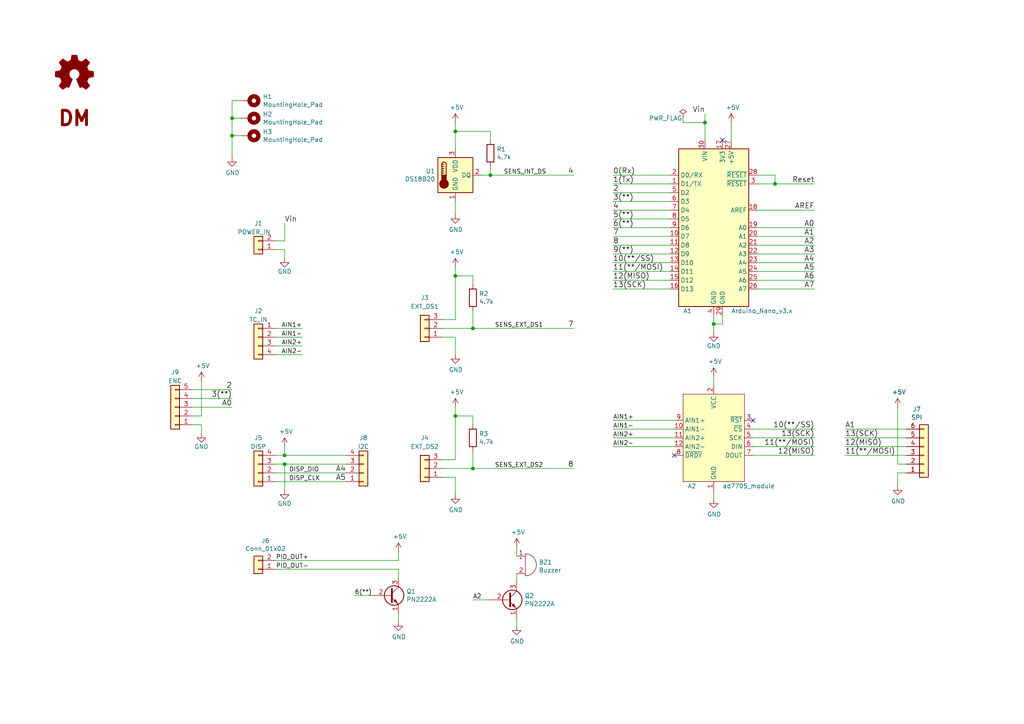
<source format=kicad_sch>
(kicad_sch (version 20200714) (host eeschema "(5.99.0-2364-g42a2f1346)")
  (page 1 1)
  (paper "A4")
  (title_block (date "jeu. 02 avril 2015"))
  (lib_symbols
    (symbol "Connector_Generic:Conn_01x02" (pin_names hide)
      (property "Reference" "J" (at 0 2.54 0))
      (property "Value" "Conn_01x02" (at 0 -5.08 0))
      (symbol "Conn_01x02_1_1"
        (rectangle (start -1.27 -2.413) (end 0 -2.667) (stroke (width 0.1524)))
        (rectangle (start -1.27 0.127) (end 0 -0.127) (stroke (width 0.1524)))
        (rectangle (start -1.27 1.27) (end 1.27 -3.81) (stroke (width 0.254)) (fill (type background)))
        (pin passive line (at -5.08 0 0) (length 3.81) (name "Pin_1") (number "1"))
        (pin passive line (at -5.08 -2.54 0) (length 3.81) (name "Pin_2") (number "2"))
      )
    )
    (symbol "Connector_Generic:Conn_01x03" (pin_names hide)
      (property "Reference" "J" (at 0 5.08 0))
      (property "Value" "Conn_01x03" (at 0 -5.08 0))
      (symbol "Conn_01x03_1_1"
        (rectangle (start -1.27 -2.413) (end 0 -2.667) (stroke (width 0.1524)))
        (rectangle (start -1.27 2.667) (end 0 2.413) (stroke (width 0.1524)))
        (rectangle (start -1.27 3.81) (end 1.27 -3.81) (stroke (width 0.254)) (fill (type background)))
        (rectangle (start -1.27 0.127) (end 0 -0.127) (stroke (width 0.1524)))
        (pin passive line (at -5.08 2.54 0) (length 3.81) (name "Pin_1") (number "1"))
        (pin passive line (at -5.08 0 0) (length 3.81) (name "Pin_2") (number "2"))
        (pin passive line (at -5.08 -2.54 0) (length 3.81) (name "Pin_3") (number "3"))
      )
    )
    (symbol "Connector_Generic:Conn_01x04" (pin_names hide)
      (property "Reference" "J" (at 0 5.08 0))
      (property "Value" "Conn_01x04" (at 0 -7.62 0))
      (symbol "Conn_01x04_1_1"
        (rectangle (start -1.27 -4.953) (end 0 -5.207) (stroke (width 0.1524)))
        (rectangle (start -1.27 -2.413) (end 0 -2.667) (stroke (width 0.1524)))
        (rectangle (start -1.27 2.667) (end 0 2.413) (stroke (width 0.1524)))
        (rectangle (start -1.27 3.81) (end 1.27 -6.35) (stroke (width 0.254)) (fill (type background)))
        (rectangle (start -1.27 0.127) (end 0 -0.127) (stroke (width 0.1524)))
        (pin passive line (at -5.08 2.54 0) (length 3.81) (name "Pin_1") (number "1"))
        (pin passive line (at -5.08 0 0) (length 3.81) (name "Pin_2") (number "2"))
        (pin passive line (at -5.08 -2.54 0) (length 3.81) (name "Pin_3") (number "3"))
        (pin passive line (at -5.08 -5.08 0) (length 3.81) (name "Pin_4") (number "4"))
      )
    )
    (symbol "Connector_Generic:Conn_01x05" (pin_names hide)
      (property "Reference" "J" (at 0 7.62 0))
      (property "Value" "Conn_01x05" (at 0 -7.62 0))
      (symbol "Conn_01x05_1_1"
        (rectangle (start -1.27 -4.953) (end 0 -5.207) (stroke (width 0.1524)))
        (rectangle (start -1.27 -2.413) (end 0 -2.667) (stroke (width 0.1524)))
        (rectangle (start -1.27 2.667) (end 0 2.413) (stroke (width 0.1524)))
        (rectangle (start -1.27 5.207) (end 0 4.953) (stroke (width 0.1524)))
        (rectangle (start -1.27 6.35) (end 1.27 -6.35) (stroke (width 0.254)) (fill (type background)))
        (rectangle (start -1.27 0.127) (end 0 -0.127) (stroke (width 0.1524)))
        (pin passive line (at -5.08 5.08 0) (length 3.81) (name "Pin_1") (number "1"))
        (pin passive line (at -5.08 2.54 0) (length 3.81) (name "Pin_2") (number "2"))
        (pin passive line (at -5.08 0 0) (length 3.81) (name "Pin_3") (number "3"))
        (pin passive line (at -5.08 -2.54 0) (length 3.81) (name "Pin_4") (number "4"))
        (pin passive line (at -5.08 -5.08 0) (length 3.81) (name "Pin_5") (number "5"))
      )
    )
    (symbol "Connector_Generic:Conn_01x06" (pin_names hide)
      (property "Reference" "J" (at 0 7.62 0))
      (property "Value" "Conn_01x06" (at 0 -10.16 0))
      (symbol "Conn_01x06_1_1"
        (rectangle (start -1.27 -4.953) (end 0 -5.207) (stroke (width 0.1524)))
        (rectangle (start -1.27 -7.493) (end 0 -7.747) (stroke (width 0.1524)))
        (rectangle (start -1.27 -2.413) (end 0 -2.667) (stroke (width 0.1524)))
        (rectangle (start -1.27 2.667) (end 0 2.413) (stroke (width 0.1524)))
        (rectangle (start -1.27 5.207) (end 0 4.953) (stroke (width 0.1524)))
        (rectangle (start -1.27 6.35) (end 1.27 -8.89) (stroke (width 0.254)) (fill (type background)))
        (rectangle (start -1.27 0.127) (end 0 -0.127) (stroke (width 0.1524)))
        (pin passive line (at -5.08 5.08 0) (length 3.81) (name "Pin_1") (number "1"))
        (pin passive line (at -5.08 2.54 0) (length 3.81) (name "Pin_2") (number "2"))
        (pin passive line (at -5.08 0 0) (length 3.81) (name "Pin_3") (number "3"))
        (pin passive line (at -5.08 -2.54 0) (length 3.81) (name "Pin_4") (number "4"))
        (pin passive line (at -5.08 -5.08 0) (length 3.81) (name "Pin_5") (number "5"))
        (pin passive line (at -5.08 -7.62 0) (length 3.81) (name "Pin_6") (number "6"))
      )
    )
    (symbol "Device:Buzzer" (pin_names (offset 0.0254) hide)
      (property "Reference" "BZ" (at 3.81 1.27 0))
      (property "Value" "Buzzer" (at 3.81 -1.27 0))
      (symbol "Buzzer_0_1"
        (arc (start 0 -3.175) (end 0 3.175) (radius (at 0 0) (length 3.175) (angles -89.9 89.9)))
        (polyline (pts (xy -1.651 1.905) (xy -1.143 1.905)))
        (polyline (pts (xy -1.397 2.159) (xy -1.397 1.651)))
        (polyline (pts (xy 0 3.175) (xy 0 -3.175)))
      )
      (symbol "Buzzer_1_1"
        (pin passive line (at -2.54 2.54 0) (length 2.54) (name "-") (number "1"))
        (pin passive line (at -2.54 -2.54 0) (length 2.54) (name "+") (number "2"))
      )
    )
    (symbol "Device:R" (pin_numbers hide) (pin_names (offset 0))
      (property "Reference" "R" (at 2.032 0 90))
      (property "Value" "R" (at 0 0 90))
      (symbol "R_0_1"
        (rectangle (start -1.016 -2.54) (end 1.016 2.54) (stroke (width 0.254)))
      )
      (symbol "R_1_1"
        (pin passive line (at 0 3.81 270) (length 1.27) (name "~") (number "1"))
        (pin passive line (at 0 -3.81 90) (length 1.27) (name "~") (number "2"))
      )
    )
    (symbol "Graphic:Logo_Open_Hardware_Small"
      (symbol "Logo_Open_Hardware_Small_0_1"
        (polyline (pts (xy 3.3528 -4.3434) (xy 3.302 -4.318) (xy 3.175 -4.2418) (xy 2.9972 -4.1148) (xy 2.7686 -3.9624) (xy 2.54 -3.81) (xy 2.3622 -3.7084) (xy 2.2352 -3.6068) (xy 2.1844 -3.5814) (xy 2.159 -3.6068) (xy 2.0574 -3.6576) (xy 1.905 -3.7338) (xy 1.8034 -3.7846) (xy 1.6764 -3.8354) (xy 1.6002 -3.8354) (xy 1.6002 -3.8354) (xy 1.5494 -3.7338) (xy 1.4732 -3.5306) (xy 1.3462 -3.302) (xy 1.2446 -3.0226) (xy 1.1176 -2.7178) (xy 0.9652 -2.413) (xy 0.8636 -2.1082) (xy 0.7366 -1.8288) (xy 0.6604 -1.6256) (xy 0.6096 -1.4732) (xy 0.5842 -1.397) (xy 0.5842 -1.397) (xy 0.6604 -1.3208) (xy 0.7874 -1.2446) (xy 1.0414 -1.016) (xy 1.2954 -0.6858) (xy 1.4478 -0.3302) (xy 1.524 0.0762) (xy 1.4732 0.4572) (xy 1.3208 0.8128) (xy 1.0668 1.143) (xy 0.762 1.3716) (xy 0.4064 1.524) (xy 0 1.5748) (xy -0.381 1.5494) (xy -0.7366 1.397) (xy -1.0668 1.143) (xy -1.2192 0.9906) (xy -1.397 0.6604) (xy -1.524 0.3048) (xy -1.524 0.2286) (xy -1.4986 -0.1778) (xy -1.397 -0.5334) (xy -1.1938 -0.8636) (xy -0.9144 -1.143) (xy -0.8636 -1.1684) (xy -0.7366 -1.27) (xy -0.635 -1.3462) (xy -0.5842 -1.397) (xy -1.0668 -2.5908) (xy -1.143 -2.794) (xy -1.2954 -3.1242) (xy -1.397 -3.4036) (xy -1.4986 -3.6322) (xy -1.5748 -3.7846) (xy -1.6002 -3.8354) (xy -1.6002 -3.8354) (xy -1.651 -3.8354) (xy -1.7272 -3.81) (xy -1.905 -3.7338) (xy -2.0066 -3.683) (xy -2.1336 -3.6068) (xy -2.2098 -3.5814) (xy -2.2606 -3.6068) (xy -2.3622 -3.683) (xy -2.54 -3.81) (xy -2.7686 -3.9624) (xy -2.9718 -4.0894) (xy -3.1496 -4.2164) (xy -3.302 -4.318) (xy -3.3528 -4.3434) (xy -3.3782 -4.3434) (xy -3.429 -4.318) (xy -3.5306 -4.2164) (xy -3.7084 -4.064) (xy -3.937 -3.8354) (xy -3.9624 -3.81) (xy -4.1656 -3.6068) (xy -4.318 -3.4544) (xy -4.4196 -3.3274) (xy -4.445 -3.2766) (xy -4.445 -3.2766) (xy -4.4196 -3.2258) (xy -4.318 -3.0734) (xy -4.2164 -2.8956) (xy -4.064 -2.667) (xy -3.6576 -2.0828) (xy -3.8862 -1.5494) (xy -3.937 -1.3716) (xy -4.0386 -1.1684) (xy -4.0894 -1.0414) (xy -4.1148 -0.9652) (xy -4.191 -0.9398) (xy -4.318 -0.9144) (xy -4.5466 -0.8636) (xy -4.8006 -0.8128) (xy -5.0546 -0.7874) (xy -5.2578 -0.7366) (xy -5.4356 -0.7112) (xy -5.5118 -0.6858) (xy -5.5118 -0.6858) (xy -5.5372 -0.635) (xy -5.5372 -0.5588) (xy -5.5372 -0.4318) (xy -5.5626 -0.2286) (xy -5.5626 0.0762) (xy -5.5626 0.127) (xy -5.5372 0.4064) (xy -5.5372 0.635) (xy -5.5372 0.762) (xy -5.5372 0.8382) (xy -5.5372 0.8382) (xy -5.461 0.8382) (xy -5.3086 0.889) (xy -5.08 0.9144) (xy -4.826 0.9652) (xy -4.8006 0.9906) (xy -4.5466 1.0414) (xy -4.318 1.0668) (xy -4.1656 1.1176) (xy -4.0894 1.143) (xy -4.0894 1.143) (xy -4.0386 1.2446) (xy -3.9624 1.4224) (xy -3.8608 1.6256) (xy -3.7846 1.8288) (xy -3.7084 2.0066) (xy -3.6576 2.159) (xy -3.6322 2.2098) (xy -3.6322 2.2098) (xy -3.683 2.286) (xy -3.7592 2.413) (xy -3.8862 2.5908) (xy -4.064 2.8194) (xy -4.064 2.8448) (xy -4.2164 3.0734) (xy -4.3434 3.2512) (xy -4.4196 3.3782) (xy -4.445 3.4544) (xy -4.445 3.4544) (xy -4.3942 3.5052) (xy -4.2926 3.6322) (xy -4.1148 3.81) (xy -3.937 4.0132) (xy -3.8608 4.064) (xy -3.6576 4.2926) (xy -3.5052 4.4196) (xy -3.4036 4.4958) (xy -3.3528 4.5212) (xy -3.3528 4.5212) (xy -3.302 4.4704) (xy -3.1496 4.3688) (xy -2.9718 4.2418) (xy -2.7432 4.0894) (xy -2.7178 4.0894) (xy -2.4892 3.937) (xy -2.3114 3.81) (xy -2.1844 3.7084) (xy -2.1336 3.683) (xy -2.1082 3.683) (xy -2.032 3.7084) (xy -1.8542 3.7592) (xy -1.6764 3.8354) (xy -1.4732 3.937) (xy -1.27 4.0132) (xy -1.143 4.064) (xy -1.0668 4.1148) (xy -1.0668 4.1148) (xy -1.0414 4.191) (xy -1.016 4.3434) (xy -0.9652 4.572) (xy -0.9144 4.8514) (xy -0.889 4.9022) (xy -0.8382 5.1562) (xy -0.8128 5.3848) (xy -0.7874 5.5372) (xy -0.762 5.588) (xy -0.7112 5.6134) (xy -0.5842 5.6134) (xy -0.4064 5.6134) (xy -0.1524 5.6134) (xy 0.0762 5.6134) (xy 0.3302 5.6134) (xy 0.5334 5.6134) (xy 0.6858 5.588) (xy 0.7366 5.588) (xy 0.7366 5.588) (xy 0.762 5.5118) (xy 0.8128 5.334) (xy 0.8382 5.1054) (xy 0.9144 4.826) (xy 0.9144 4.7752) (xy 0.9652 4.5212) (xy 1.016 4.2926) (xy 1.0414 4.1402) (xy 1.0668 4.0894) (xy 1.0668 4.0894) (xy 1.1938 4.0386) (xy 1.3716 3.9624) (xy 1.5748 3.8608) (xy 2.0828 3.6576) (xy 2.7178 4.0894) (xy 2.7686 4.1402) (xy 2.9972 4.2926) (xy 3.175 4.4196) (xy 3.302 4.4958) (xy 3.3782 4.5212) (xy 3.3782 4.5212) (xy 3.429 4.4704) (xy 3.556 4.3434) (xy 3.7338 4.191) (xy 3.9116 3.9878) (xy 4.064 3.8354) (xy 4.2418 3.6576) (xy 4.3434 3.556) (xy 4.4196 3.4798) (xy 4.4196 3.429) (xy 4.4196 3.4036) (xy 4.3942 3.3274) (xy 4.2926 3.2004) (xy 4.1656 2.9972) (xy 4.0132 2.794) (xy 3.8862 2.5908) (xy 3.7592 2.3876) (xy 3.6576 2.2352) (xy 3.6322 2.159) (xy 3.6322 2.1336) (xy 3.683 2.0066) (xy 3.7592 1.8288) (xy 3.8608 1.6002) (xy 4.064 1.1176) (xy 4.3942 1.0414) (xy 4.5974 1.016) (xy 4.8768 0.9652) (xy 5.1308 0.9144) (xy 5.5372 0.8382) (xy 5.5626 -0.6604) (xy 5.4864 -0.6858) (xy 5.4356 -0.6858) (xy 5.2832 -0.7366) (xy 5.0546 -0.762) (xy 4.8006 -0.8128) (xy 4.5974 -0.8636) (xy 4.3688 -0.9144) (xy 4.2164 -0.9398) (xy 4.1402 -0.9398) (xy 4.1148 -0.9652) (xy 4.064 -1.0668) (xy 3.9878 -1.2446) (xy 3.9116 -1.4478) (xy 3.81 -1.651) (xy 3.7338 -1.8542) (xy 3.683 -2.0066) (xy 3.6576 -2.0828) (xy 3.683 -2.1336) (xy 3.7846 -2.2606) (xy 3.8862 -2.4638) (xy 4.0386 -2.667) (xy 4.191 -2.8956) (xy 4.318 -3.0734) (xy 4.3942 -3.2004) (xy 4.445 -3.2766) (xy 4.4196 -3.3274) (xy 4.3434 -3.429) (xy 4.1656 -3.5814) (xy 3.937 -3.8354) (xy 3.8862 -3.8608) (xy 3.683 -4.064) (xy 3.5306 -4.2164) (xy 3.4036 -4.318) (xy 3.3528 -4.3434)) (fill (type outline)))
      )
    )
    (symbol "MCU_Module:Arduino_Nano_v3.x" (pin_names (offset 0.508))
      (property "Reference" "A" (at -10.16 23.495 0))
      (property "Value" "Arduino_Nano_v3.x" (at 5.08 -24.13 0))
      (symbol "Arduino_Nano_v3.x_0_1"
        (rectangle (start -10.16 22.86) (end 10.16 -22.86) (stroke (width 0.254)) (fill (type background)))
      )
      (symbol "Arduino_Nano_v3.x_1_1"
        (pin bidirectional line (at -12.7 12.7 0) (length 2.54) (name "D1/TX") (number "1"))
        (pin bidirectional line (at -12.7 -2.54 0) (length 2.54) (name "D7") (number "10"))
        (pin bidirectional line (at -12.7 -5.08 0) (length 2.54) (name "D8") (number "11"))
        (pin bidirectional line (at -12.7 -7.62 0) (length 2.54) (name "D9") (number "12"))
        (pin bidirectional line (at -12.7 -10.16 0) (length 2.54) (name "D10") (number "13"))
        (pin bidirectional line (at -12.7 -12.7 0) (length 2.54) (name "D11") (number "14"))
        (pin bidirectional line (at -12.7 -15.24 0) (length 2.54) (name "D12") (number "15"))
        (pin bidirectional line (at -12.7 -17.78 0) (length 2.54) (name "D13") (number "16"))
        (pin power_out line (at 2.54 25.4 270) (length 2.54) (name "3V3") (number "17"))
        (pin input line (at 12.7 5.08 180) (length 2.54) (name "AREF") (number "18"))
        (pin bidirectional line (at 12.7 0 180) (length 2.54) (name "A0") (number "19"))
        (pin bidirectional line (at -12.7 15.24 0) (length 2.54) (name "D0/RX") (number "2"))
        (pin bidirectional line (at 12.7 -2.54 180) (length 2.54) (name "A1") (number "20"))
        (pin bidirectional line (at 12.7 -5.08 180) (length 2.54) (name "A2") (number "21"))
        (pin bidirectional line (at 12.7 -7.62 180) (length 2.54) (name "A3") (number "22"))
        (pin bidirectional line (at 12.7 -10.16 180) (length 2.54) (name "A4") (number "23"))
        (pin bidirectional line (at 12.7 -12.7 180) (length 2.54) (name "A5") (number "24"))
        (pin bidirectional line (at 12.7 -15.24 180) (length 2.54) (name "A6") (number "25"))
        (pin bidirectional line (at 12.7 -17.78 180) (length 2.54) (name "A7") (number "26"))
        (pin power_out line (at 5.08 25.4 270) (length 2.54) (name "+5V") (number "27"))
        (pin input line (at 12.7 15.24 180) (length 2.54) (name "~RESET") (number "28"))
        (pin power_in line (at 2.54 -25.4 90) (length 2.54) (name "GND") (number "29"))
        (pin input line (at 12.7 12.7 180) (length 2.54) (name "~RESET") (number "3"))
        (pin power_in line (at -2.54 25.4 270) (length 2.54) (name "VIN") (number "30"))
        (pin power_in line (at 0 -25.4 90) (length 2.54) (name "GND") (number "4"))
        (pin bidirectional line (at -12.7 10.16 0) (length 2.54) (name "D2") (number "5"))
        (pin bidirectional line (at -12.7 7.62 0) (length 2.54) (name "D3") (number "6"))
        (pin bidirectional line (at -12.7 5.08 0) (length 2.54) (name "D4") (number "7"))
        (pin bidirectional line (at -12.7 2.54 0) (length 2.54) (name "D5") (number "8"))
        (pin bidirectional line (at -12.7 0 0) (length 2.54) (name "D6") (number "9"))
      )
    )
    (symbol "Mechanical:MountingHole_Pad" (pin_numbers hide) (pin_names hide)
      (property "Reference" "H" (at 0 6.35 0))
      (property "Value" "MountingHole_Pad" (at 0 4.445 0))
      (symbol "MountingHole_Pad_0_1"
        (circle (center 0 1.27) (radius 1.27) (stroke (width 1.27)))
      )
      (symbol "MountingHole_Pad_1_1"
        (pin input line (at 0 -2.54 90) (length 2.54) (name "1") (number "1"))
      )
    )
    (symbol "Sensor_Temperature:DS18B20"
      (property "Reference" "U" (at -3.81 6.35 0))
      (property "Value" "DS18B20" (at 6.35 6.35 0))
      (symbol "DS18B20_0_1"
        (arc (start -2.667 3.175) (end -3.937 3.175) (radius (at -3.302 3.175) (length 0.635) (angles 0.1 179.9)) (stroke (width 0.254)))
        (circle (center -3.302 -2.54) (radius 1.27) (stroke (width 0.254)) (fill (type outline)))
        (rectangle (start -5.08 5.08) (end 5.08 -5.08) (stroke (width 0.254)) (fill (type background)))
        (rectangle (start -2.667 -1.905) (end -3.937 0) (stroke (width 0.254)) (fill (type outline)))
        (polyline (pts (xy -3.937 0.635) (xy -3.302 0.635)) (stroke (width 0.254)))
        (polyline (pts (xy -3.937 1.27) (xy -3.302 1.27)) (stroke (width 0.254)))
        (polyline (pts (xy -3.937 1.905) (xy -3.302 1.905)) (stroke (width 0.254)))
        (polyline (pts (xy -3.937 2.54) (xy -3.302 2.54)) (stroke (width 0.254)))
        (polyline (pts (xy -3.937 3.175) (xy -3.937 0)) (stroke (width 0.254)))
        (polyline (pts (xy -3.937 3.175) (xy -3.302 3.175)) (stroke (width 0.254)))
        (polyline (pts (xy -2.667 3.175) (xy -2.667 0)) (stroke (width 0.254)))
      )
      (symbol "DS18B20_1_1"
        (pin power_in line (at 0 -7.62 90) (length 2.54) (name "GND") (number "1"))
        (pin bidirectional line (at 7.62 0 180) (length 2.54) (name "DQ") (number "2"))
        (pin power_in line (at 0 7.62 270) (length 2.54) (name "VDD") (number "3"))
      )
    )
    (symbol "Transistor_BJT:PN2222A" (pin_names (offset 0) hide)
      (property "Reference" "Q" (at 5.08 1.905 0))
      (property "Value" "PN2222A" (at 5.08 0 0))
      (symbol "PN2222A_0_1"
        (circle (center 1.27 0) (radius 2.8194) (stroke (width 0.254)))
        (polyline (pts (xy 0 0) (xy 0.635 0)))
        (polyline (pts (xy 2.54 -2.54) (xy 0.635 -0.635)))
        (polyline (pts (xy 2.54 2.54) (xy 0.635 0.635)))
        (polyline (pts (xy 0.635 1.905) (xy 0.635 -1.905) (xy 0.635 -1.905)) (stroke (width 0.508)))
        (polyline (pts (xy 2.413 -2.413) (xy 1.905 -1.905) (xy 1.905 -1.905)))
        (polyline (pts (xy 1.143 -1.651) (xy 1.651 -1.143) (xy 2.159 -2.159) (xy 1.143 -1.651) (xy 1.143 -1.651)) (fill (type outline)))
      )
      (symbol "PN2222A_1_1"
        (pin passive line (at 2.54 -5.08 90) (length 2.54) (name "E") (number "1"))
        (pin input line (at -5.08 0 0) (length 5.08) (name "B") (number "2"))
        (pin passive line (at 2.54 5.08 270) (length 2.54) (name "C") (number "3"))
      )
    )
    (symbol "ad7705_module:ad7705_module"
      (property "Reference" "A" (at -7.62 12.7 0))
      (property "Value" "ad7705_module" (at 8.89 12.7 0))
      (symbol "ad7705_module_0_1"
        (rectangle (start -8.89 11.43) (end 8.89 -13.97) (fill (type background)))
      )
      (symbol "ad7705_module_1_1"
        (pin power_in line (at 0 -16.51 90) (length 2.54) (name "GND") (number "1"))
        (pin input line (at -11.43 1.27 0) (length 2.54) (name "AIN1-") (number "10"))
        (pin input line (at -11.43 -1.27 0) (length 2.54) (name "AIN2+") (number "11"))
        (pin input line (at -11.43 -3.81 0) (length 2.54) (name "AIN2-") (number "12"))
        (pin power_in line (at 0 13.97 270) (length 2.54) (name "VCC") (number "2"))
        (pin input line (at 11.43 3.81 180) (length 2.54) (name "~RST") (number "3"))
        (pin input line (at 11.43 1.27 180) (length 2.54) (name "~CS") (number "4"))
        (pin input line (at 11.43 -1.27 180) (length 2.54) (name "SCK") (number "5"))
        (pin input line (at 11.43 -3.81 180) (length 2.54) (name "DIN") (number "6"))
        (pin output line (at 11.43 -6.35 180) (length 2.54) (name "DOUT") (number "7"))
        (pin output line (at -11.43 -6.35 0) (length 2.54) (name "~DRDY") (number "8"))
        (pin input line (at -11.43 3.81 0) (length 2.54) (name "AIN1+") (number "9"))
      )
    )
    (symbol "dm_logo:dm_logo" (pin_numbers hide) (pin_names (offset 0) hide)
      (symbol "dm_logo_0_0"
        (text "DM" (at 0 0 0) (effects (font (size 4.191 4.191) bold)))
      )
    )
    (symbol "power:+5V" (power) (pin_names (offset 0))
      (property "Value" "+5V" (at 0 3.556 0))
      (symbol "+5V_0_1"
        (polyline (pts (xy -0.762 1.27) (xy 0 2.54)))
        (polyline (pts (xy 0 0) (xy 0 2.54)))
        (polyline (pts (xy 0 2.54) (xy 0.762 1.27)))
      )
      (symbol "+5V_1_1"
        (pin power_in line (at 0 0 90) (length 0) hide (name "+5V") (number "1"))
      )
    )
    (symbol "power:GND" (power) (pin_names (offset 0))
      (property "Value" "GND" (at 0 -3.81 0))
      (symbol "GND_0_1"
        (polyline (pts (xy 0 0) (xy 0 -1.27) (xy 1.27 -1.27) (xy 0 -2.54) (xy -1.27 -1.27) (xy 0 -1.27)))
      )
      (symbol "GND_1_1"
        (pin power_in line (at 0 0 270) (length 0) hide (name "GND") (number "1"))
      )
    )
    (symbol "power:PWR_FLAG" (power) (pin_numbers hide) (pin_names (offset 0) hide)
      (property "Value" "PWR_FLAG" (at 0 3.81 0))
      (symbol "PWR_FLAG_0_1"
        (polyline (pts (xy 0 0) (xy 0 1.27) (xy -1.016 1.905) (xy 0 2.54) (xy 1.016 1.905) (xy 0 1.27)))
      )
      (symbol "PWR_FLAG_0_0"
        (pin power_out line (at 0 0 90) (length 0) (name "pwr") (number "1"))
      )
    )
  )
  (junction (at 67.31 34.29))
  (junction (at 67.31 39.37))
  (junction (at 82.55 132.08))
  (junction (at 82.55 134.62))
  (junction (at 132.08 38.1))
  (junction (at 132.08 80.01))
  (junction (at 132.08 120.65))
  (junction (at 137.16 95.25))
  (junction (at 137.16 135.89))
  (junction (at 142.24 50.8))
  (junction (at 204.47 35.56))
  (junction (at 207.01 93.98))
  (junction (at 224.79 53.34))
  (no_connect (at 209.55 40.64))
  (no_connect (at 218.44 121.92))
  (no_connect (at 195.58 132.08))
  (wire (pts (xy 55.88 113.03) (xy 67.31 113.03)))
  (wire (pts (xy 55.88 115.57) (xy 67.31 115.57)))
  (wire (pts (xy 55.88 118.11) (xy 67.31 118.11)))
  (wire (pts (xy 55.88 123.19) (xy 58.42 123.19)))
  (wire (pts (xy 58.42 110.49) (xy 58.42 120.65)))
  (wire (pts (xy 58.42 120.65) (xy 55.88 120.65)))
  (wire (pts (xy 58.42 123.19) (xy 58.42 125.73)))
  (wire (pts (xy 67.31 29.21) (xy 67.31 34.29)))
  (wire (pts (xy 67.31 34.29) (xy 67.31 39.37)))
  (wire (pts (xy 67.31 39.37) (xy 67.31 45.72)))
  (wire (pts (xy 69.85 29.21) (xy 67.31 29.21)))
  (wire (pts (xy 69.85 34.29) (xy 67.31 34.29)))
  (wire (pts (xy 69.85 39.37) (xy 67.31 39.37)))
  (wire (pts (xy 80.01 69.85) (xy 82.55 69.85)))
  (wire (pts (xy 80.01 95.25) (xy 87.63 95.25)))
  (wire (pts (xy 80.01 97.79) (xy 87.63 97.79)))
  (wire (pts (xy 80.01 100.33) (xy 87.63 100.33)))
  (wire (pts (xy 80.01 102.87) (xy 87.63 102.87)))
  (wire (pts (xy 80.01 134.62) (xy 82.55 134.62)))
  (wire (pts (xy 80.01 137.16) (xy 100.33 137.16)))
  (wire (pts (xy 80.01 139.7) (xy 100.33 139.7)))
  (wire (pts (xy 80.01 162.56) (xy 115.57 162.56)))
  (wire (pts (xy 80.01 165.1) (xy 115.57 165.1)))
  (wire (pts (xy 82.55 64.77) (xy 82.55 69.85)))
  (wire (pts (xy 82.55 72.39) (xy 80.01 72.39)))
  (wire (pts (xy 82.55 72.39) (xy 82.55 74.93)))
  (wire (pts (xy 82.55 129.54) (xy 82.55 132.08)))
  (wire (pts (xy 82.55 132.08) (xy 80.01 132.08)))
  (wire (pts (xy 82.55 134.62) (xy 82.55 142.24)))
  (wire (pts (xy 82.55 134.62) (xy 100.33 134.62)))
  (wire (pts (xy 100.33 132.08) (xy 82.55 132.08)))
  (wire (pts (xy 102.87 172.72) (xy 107.95 172.72)))
  (wire (pts (xy 115.57 162.56) (xy 115.57 160.02)))
  (wire (pts (xy 115.57 165.1) (xy 115.57 167.64)))
  (wire (pts (xy 115.57 180.34) (xy 115.57 177.8)))
  (wire (pts (xy 128.27 95.25) (xy 137.16 95.25)))
  (wire (pts (xy 128.27 97.79) (xy 132.08 97.79)))
  (wire (pts (xy 128.27 135.89) (xy 137.16 135.89)))
  (wire (pts (xy 128.27 138.43) (xy 132.08 138.43)))
  (wire (pts (xy 132.08 38.1) (xy 132.08 35.56)))
  (wire (pts (xy 132.08 43.18) (xy 132.08 38.1)))
  (wire (pts (xy 132.08 58.42) (xy 132.08 62.23)))
  (wire (pts (xy 132.08 77.47) (xy 132.08 80.01)))
  (wire (pts (xy 132.08 80.01) (xy 132.08 92.71)))
  (wire (pts (xy 132.08 92.71) (xy 128.27 92.71)))
  (wire (pts (xy 132.08 97.79) (xy 132.08 102.87)))
  (wire (pts (xy 132.08 120.65) (xy 132.08 118.11)))
  (wire (pts (xy 132.08 120.65) (xy 132.08 133.35)))
  (wire (pts (xy 132.08 120.65) (xy 137.16 120.65)))
  (wire (pts (xy 132.08 133.35) (xy 128.27 133.35)))
  (wire (pts (xy 132.08 138.43) (xy 132.08 143.51)))
  (wire (pts (xy 137.16 80.01) (xy 132.08 80.01)))
  (wire (pts (xy 137.16 82.55) (xy 137.16 80.01)))
  (wire (pts (xy 137.16 90.17) (xy 137.16 95.25)))
  (wire (pts (xy 137.16 95.25) (xy 166.37 95.25)))
  (wire (pts (xy 137.16 120.65) (xy 137.16 123.19)))
  (wire (pts (xy 137.16 130.81) (xy 137.16 135.89)))
  (wire (pts (xy 137.16 135.89) (xy 166.37 135.89)))
  (wire (pts (xy 137.16 173.99) (xy 142.24 173.99)))
  (wire (pts (xy 139.7 50.8) (xy 142.24 50.8)))
  (wire (pts (xy 142.24 38.1) (xy 132.08 38.1)))
  (wire (pts (xy 142.24 40.64) (xy 142.24 38.1)))
  (wire (pts (xy 142.24 50.8) (xy 142.24 48.26)))
  (wire (pts (xy 142.24 50.8) (xy 166.37 50.8)))
  (wire (pts (xy 149.86 161.29) (xy 149.86 158.75)))
  (wire (pts (xy 149.86 166.37) (xy 149.86 168.91)))
  (wire (pts (xy 149.86 181.61) (xy 149.86 179.07)))
  (wire (pts (xy 177.8 50.8) (xy 194.31 50.8)))
  (wire (pts (xy 177.8 55.88) (xy 194.31 55.88)))
  (wire (pts (xy 177.8 60.96) (xy 194.31 60.96)))
  (wire (pts (xy 177.8 66.04) (xy 194.31 66.04)))
  (wire (pts (xy 177.8 71.12) (xy 194.31 71.12)))
  (wire (pts (xy 177.8 76.2) (xy 194.31 76.2)))
  (wire (pts (xy 177.8 81.28) (xy 194.31 81.28)))
  (wire (pts (xy 177.8 83.82) (xy 194.31 83.82)))
  (wire (pts (xy 177.8 121.92) (xy 195.58 121.92)))
  (wire (pts (xy 177.8 124.46) (xy 195.58 124.46)))
  (wire (pts (xy 177.8 127) (xy 195.58 127)))
  (wire (pts (xy 177.8 129.54) (xy 195.58 129.54)))
  (wire (pts (xy 194.31 53.34) (xy 177.8 53.34)))
  (wire (pts (xy 194.31 58.42) (xy 177.8 58.42)))
  (wire (pts (xy 194.31 63.5) (xy 177.8 63.5)))
  (wire (pts (xy 194.31 68.58) (xy 177.8 68.58)))
  (wire (pts (xy 194.31 73.66) (xy 177.8 73.66)))
  (wire (pts (xy 194.31 78.74) (xy 177.8 78.74)))
  (wire (pts (xy 198.12 34.29) (xy 198.12 35.56)))
  (wire (pts (xy 198.12 35.56) (xy 204.47 35.56)))
  (wire (pts (xy 204.47 33.02) (xy 204.47 35.56)))
  (wire (pts (xy 204.47 35.56) (xy 204.47 40.64)))
  (wire (pts (xy 207.01 93.98) (xy 207.01 91.44)))
  (wire (pts (xy 207.01 96.52) (xy 207.01 93.98)))
  (wire (pts (xy 207.01 111.76) (xy 207.01 109.22)))
  (wire (pts (xy 207.01 144.78) (xy 207.01 142.24)))
  (wire (pts (xy 209.55 91.44) (xy 209.55 93.98)))
  (wire (pts (xy 209.55 93.98) (xy 207.01 93.98)))
  (wire (pts (xy 212.09 35.56) (xy 212.09 40.64)))
  (wire (pts (xy 218.44 124.46) (xy 236.22 124.46)))
  (wire (pts (xy 218.44 127) (xy 236.22 127)))
  (wire (pts (xy 218.44 129.54) (xy 236.22 129.54)))
  (wire (pts (xy 218.44 132.08) (xy 236.22 132.08)))
  (wire (pts (xy 219.71 50.8) (xy 224.79 50.8)))
  (wire (pts (xy 219.71 53.34) (xy 224.79 53.34)))
  (wire (pts (xy 219.71 68.58) (xy 236.22 68.58)))
  (wire (pts (xy 219.71 76.2) (xy 236.22 76.2)))
  (wire (pts (xy 219.71 83.82) (xy 236.22 83.82)))
  (wire (pts (xy 224.79 50.8) (xy 224.79 53.34)))
  (wire (pts (xy 224.79 53.34) (xy 236.22 53.34)))
  (wire (pts (xy 236.22 60.96) (xy 219.71 60.96)))
  (wire (pts (xy 236.22 66.04) (xy 219.71 66.04)))
  (wire (pts (xy 236.22 71.12) (xy 219.71 71.12)))
  (wire (pts (xy 236.22 73.66) (xy 219.71 73.66)))
  (wire (pts (xy 236.22 78.74) (xy 219.71 78.74)))
  (wire (pts (xy 236.22 81.28) (xy 219.71 81.28)))
  (wire (pts (xy 245.11 127) (xy 262.89 127)))
  (wire (pts (xy 245.11 129.54) (xy 262.89 129.54)))
  (wire (pts (xy 260.35 134.62) (xy 260.35 118.11)))
  (wire (pts (xy 260.35 134.62) (xy 262.89 134.62)))
  (wire (pts (xy 260.35 137.16) (xy 260.35 140.97)))
  (wire (pts (xy 262.89 124.46) (xy 245.11 124.46)))
  (wire (pts (xy 262.89 132.08) (xy 245.11 132.08)))
  (wire (pts (xy 262.89 137.16) (xy 260.35 137.16)))
  (label "2" (at 67.31 113.03 180) (effects (font (size 1.524 1.524))))
  (label "3(**)" (at 67.31 115.57 180) (effects (font (size 1.524 1.524))))
  (label "A0" (at 67.31 118.11 180) (effects (font (size 1.524 1.524))))
  (label "PID_OUT+" (at 80.01 162.56 0))
  (label "PID_OUT-" (at 80.01 165.1 0))
  (label "Vin" (at 82.55 64.77 0) (effects (font (size 1.524 1.524))))
  (label "DISP_DIO" (at 83.82 137.16 0))
  (label "DISP_CLK" (at 83.82 139.7 0))
  (label "AIN1+" (at 87.63 95.25 180))
  (label "AIN1-" (at 87.63 97.79 180))
  (label "AIN2+" (at 87.63 100.33 180))
  (label "AIN2-" (at 87.63 102.87 180))
  (label "A4" (at 100.33 137.16 180) (effects (font (size 1.524 1.524))))
  (label "A5" (at 100.33 139.7 180) (effects (font (size 1.524 1.524))))
  (label "6(**)" (at 102.87 172.72 0))
  (label "A2" (at 137.16 173.99 0))
  (label "SENS_EXT_DS1" (at 143.51 95.25 0))
  (label "SENS_EXT_DS2" (at 143.51 135.89 0))
  (label "SENS_INT_DS" (at 146.05 50.8 0))
  (label "4" (at 166.37 50.8 180) (effects (font (size 1.524 1.524))))
  (label "7" (at 166.37 95.25 180) (effects (font (size 1.524 1.524))))
  (label "8" (at 166.37 135.89 180) (effects (font (size 1.524 1.524))))
  (label "0(Rx)" (at 177.8 50.8 0) (effects (font (size 1.524 1.524))))
  (label "1(Tx)" (at 177.8 53.34 0) (effects (font (size 1.524 1.524))))
  (label "2" (at 177.8 55.88 0) (effects (font (size 1.524 1.524))))
  (label "3(**)" (at 177.8 58.42 0) (effects (font (size 1.524 1.524))))
  (label "4" (at 177.8 60.96 0) (effects (font (size 1.524 1.524))))
  (label "5(**)" (at 177.8 63.5 0) (effects (font (size 1.524 1.524))))
  (label "6(**)" (at 177.8 66.04 0) (effects (font (size 1.524 1.524))))
  (label "7" (at 177.8 68.58 0) (effects (font (size 1.524 1.524))))
  (label "8" (at 177.8 71.12 0) (effects (font (size 1.524 1.524))))
  (label "9(**)" (at 177.8 73.66 0) (effects (font (size 1.524 1.524))))
  (label "10(**/SS)" (at 177.8 76.2 0) (effects (font (size 1.524 1.524))))
  (label "11(**/MOSI)" (at 177.8 78.74 0) (effects (font (size 1.524 1.524))))
  (label "12(MISO)" (at 177.8 81.28 0) (effects (font (size 1.524 1.524))))
  (label "13(SCK)" (at 177.8 83.82 0) (effects (font (size 1.524 1.524))))
  (label "AIN1+" (at 177.8 121.92 0))
  (label "AIN1-" (at 177.8 124.46 0))
  (label "AIN2+" (at 177.8 127 0))
  (label "AIN2-" (at 177.8 129.54 0))
  (label "Vin" (at 204.47 33.02 180) (effects (font (size 1.524 1.524))))
  (label "Reset" (at 236.22 53.34 180) (effects (font (size 1.524 1.524))))
  (label "AREF" (at 236.22 60.96 180) (effects (font (size 1.524 1.524))))
  (label "A0" (at 236.22 66.04 180) (effects (font (size 1.524 1.524))))
  (label "A1" (at 236.22 68.58 180) (effects (font (size 1.524 1.524))))
  (label "A2" (at 236.22 71.12 180) (effects (font (size 1.524 1.524))))
  (label "A3" (at 236.22 73.66 180) (effects (font (size 1.524 1.524))))
  (label "A4" (at 236.22 76.2 180) (effects (font (size 1.524 1.524))))
  (label "A5" (at 236.22 78.74 180) (effects (font (size 1.524 1.524))))
  (label "A6" (at 236.22 81.28 180) (effects (font (size 1.524 1.524))))
  (label "A7" (at 236.22 83.82 180) (effects (font (size 1.524 1.524))))
  (label "10(**/SS)" (at 236.22 124.46 180) (effects (font (size 1.524 1.524))))
  (label "13(SCK)" (at 236.22 127 180) (effects (font (size 1.524 1.524))))
  (label "11(**/MOSI)" (at 236.22 129.54 180) (effects (font (size 1.524 1.524))))
  (label "12(MISO)" (at 236.22 132.08 180) (effects (font (size 1.524 1.524))))
  (label "A1" (at 245.11 124.46 0) (effects (font (size 1.524 1.524))))
  (label "13(SCK)" (at 245.11 127 0) (effects (font (size 1.524 1.524))))
  (label "12(MISO)" (at 245.11 129.54 0) (effects (font (size 1.524 1.524))))
  (label "11(**/MOSI)" (at 245.11 132.08 0) (effects (font (size 1.524 1.524))))
  (symbol (lib_id "power:PWR_FLAG") (at 198.12 34.29 0) (unit 1)
    (property "Reference" "#FLG0101" (effects hide))
    (property "Value" "PWR_FLAG" (at 193.04 34.29 0))
  )
  (symbol (lib_id "power:+5V") (at 58.42 110.49 0) (unit 1)
    (property "Reference" "#PWR0109" (effects hide))
    (property "Value" "+5V" (at 58.801 106.0958 0))
  )
  (symbol (lib_id "power:+5V") (at 82.55 129.54 0) (unit 1)
    (property "Reference" "#PWR02" (effects hide))
    (property "Value" "+5V" (at 82.931 125.1458 0))
  )
  (symbol (lib_id "power:+5V") (at 115.57 160.02 0) (unit 1)
    (property "Reference" "#PWR0102" (effects hide))
    (property "Value" "+5V" (at 115.951 155.6258 0))
  )
  (symbol (lib_id "power:+5V") (at 132.08 35.56 0) (unit 1)
    (property "Reference" "#PWR04" (effects hide))
    (property "Value" "+5V" (at 132.461 31.1658 0))
  )
  (symbol (lib_id "power:+5V") (at 132.08 77.47 0) (unit 1)
    (property "Reference" "#PWR06" (effects hide))
    (property "Value" "+5V" (at 132.461 73.0758 0))
  )
  (symbol (lib_id "power:+5V") (at 132.08 118.11 0) (unit 1)
    (property "Reference" "#PWR08" (effects hide))
    (property "Value" "+5V" (at 132.461 113.7158 0))
  )
  (symbol (lib_id "power:+5V") (at 149.86 158.75 0) (unit 1)
    (property "Reference" "#PWR0106" (effects hide))
    (property "Value" "+5V" (at 150.241 154.3558 0))
  )
  (symbol (lib_id "power:+5V") (at 207.01 109.22 0) (unit 1)
    (property "Reference" "#PWR011" (effects hide))
    (property "Value" "+5V" (at 207.391 104.8258 0))
  )
  (symbol (lib_id "power:+5V") (at 212.09 35.56 0) (unit 1)
    (property "Reference" "#PWR013" (effects hide))
    (property "Value" "+5V" (at 212.471 31.1658 0))
  )
  (symbol (lib_id "power:+5V") (at 260.35 118.11 0) (unit 1)
    (property "Reference" "#PWR0104" (effects hide))
    (property "Value" "+5V" (at 260.731 113.7158 0))
  )
  (symbol (lib_id "power:GND") (at 58.42 125.73 0) (unit 1)
    (property "Reference" "#PWR0108" (effects hide))
    (property "Value" "GND" (at 58.42 129.54 0))
  )
  (symbol (lib_id "power:GND") (at 67.31 45.72 0) (unit 1)
    (property "Reference" "#PWR0101" (effects hide))
    (property "Value" "GND" (at 67.437 50.1142 0))
  )
  (symbol (lib_id "power:GND") (at 82.55 74.93 0) (unit 1)
    (property "Reference" "#PWR01" (effects hide))
    (property "Value" "GND" (at 82.55 78.74 0))
  )
  (symbol (lib_id "power:GND") (at 82.55 142.24 0) (unit 1)
    (property "Reference" "#PWR03" (effects hide))
    (property "Value" "GND" (at 82.55 146.05 0))
  )
  (symbol (lib_id "power:GND") (at 115.57 180.34 0) (unit 1)
    (property "Reference" "#PWR0103" (effects hide))
    (property "Value" "GND" (at 115.697 184.7342 0))
  )
  (symbol (lib_id "power:GND") (at 132.08 62.23 0) (unit 1)
    (property "Reference" "#PWR05" (effects hide))
    (property "Value" "GND" (at 132.207 66.6242 0))
  )
  (symbol (lib_id "power:GND") (at 132.08 102.87 0) (unit 1)
    (property "Reference" "#PWR07" (effects hide))
    (property "Value" "GND" (at 132.207 107.2642 0))
  )
  (symbol (lib_id "power:GND") (at 132.08 143.51 0) (unit 1)
    (property "Reference" "#PWR09" (effects hide))
    (property "Value" "GND" (at 132.207 147.9042 0))
  )
  (symbol (lib_id "power:GND") (at 149.86 181.61 0) (unit 1)
    (property "Reference" "#PWR0107" (effects hide))
    (property "Value" "GND" (at 149.987 186.0042 0))
  )
  (symbol (lib_id "power:GND") (at 207.01 96.52 0) (unit 1)
    (property "Reference" "#PWR010" (effects hide))
    (property "Value" "GND" (at 207.01 100.33 0))
  )
  (symbol (lib_id "power:GND") (at 207.01 144.78 0) (unit 1)
    (property "Reference" "#PWR012" (effects hide))
    (property "Value" "GND" (at 207.137 149.1742 0))
  )
  (symbol (lib_id "power:GND") (at 260.35 140.97 0) (unit 1)
    (property "Reference" "#PWR0105" (effects hide))
    (property "Value" "GND" (at 260.477 145.3642 0))
  )
  (symbol (lib_id "Device:R") (at 137.16 86.36 0) (unit 1)
    (property "Reference" "R2" (at 138.938 85.1916 0) (effects (justify left)))
    (property "Value" "4.7k" (at 138.938 87.503 0) (effects (justify left)))
    (property "Footprint" "Resistor_THT:R_Axial_DIN0207_L6.3mm_D2.5mm_P7.62mm_Horizontal" (effects hide))
  )
  (symbol (lib_id "Device:R") (at 137.16 127 0) (unit 1)
    (property "Reference" "R3" (at 138.938 125.8316 0) (effects (justify left)))
    (property "Value" "4.7k" (at 138.938 128.143 0) (effects (justify left)))
    (property "Footprint" "Resistor_THT:R_Axial_DIN0207_L6.3mm_D2.5mm_P7.62mm_Horizontal" (effects hide))
  )
  (symbol (lib_id "Device:R") (at 142.24 44.45 0) (unit 1)
    (property "Reference" "R1" (at 144.018 43.2816 0) (effects (justify left)))
    (property "Value" "4.7k" (at 144.018 45.593 0) (effects (justify left)))
    (property "Footprint" "Resistor_THT:R_Axial_DIN0207_L6.3mm_D2.5mm_P7.62mm_Horizontal" (effects hide))
  )
  (symbol (lib_id "Mechanical:MountingHole_Pad") (at 72.39 29.21 270) (unit 1)
    (property "Reference" "H1" (at 76.2 28.0416 90) (effects (justify left)))
    (property "Value" "MountingHole_Pad" (at 76.2 30.353 90) (effects (justify left)))
    (property "Footprint" "MountingHole:MountingHole_3.2mm_M3_ISO14580_Pad" (effects hide))
  )
  (symbol (lib_id "Mechanical:MountingHole_Pad") (at 72.39 34.29 270) (unit 1)
    (property "Reference" "H2" (at 76.2 33.1216 90) (effects (justify left)))
    (property "Value" "MountingHole_Pad" (at 76.2 35.433 90) (effects (justify left)))
    (property "Footprint" "MountingHole:MountingHole_3.2mm_M3_ISO14580_Pad" (effects hide))
  )
  (symbol (lib_id "Mechanical:MountingHole_Pad") (at 72.39 39.37 270) (unit 1)
    (property "Reference" "H3" (at 76.2 38.2016 90) (effects (justify left)))
    (property "Value" "MountingHole_Pad" (at 76.2 40.513 90) (effects (justify left)))
    (property "Footprint" "MountingHole:MountingHole_3.2mm_M3_ISO14580_Pad" (effects hide))
  )
  (symbol (lib_id "Connector_Generic:Conn_01x02") (at 74.93 72.39 180) (unit 1)
    (property "Reference" "J1" (at 74.93 64.77 0))
    (property "Value" "POWER_IN" (at 73.66 67.31 0))
    (property "Footprint" "TerminalBlock_MetzConnect:TerminalBlock_MetzConnect_Type055_RT01502HDWU_1x02_P5.00mm_Horizontal" (effects hide))
  )
  (symbol (lib_id "Connector_Generic:Conn_01x02") (at 74.93 165.1 180) (unit 1)
    (property "Reference" "J6" (at 77.0128 156.845 0))
    (property "Value" "Conn_01x02" (at 77.0128 159.1564 0))
    (property "Footprint" "TerminalBlock_MetzConnect:TerminalBlock_MetzConnect_Type055_RT01502HDWU_1x02_P5.00mm_Horizontal" (effects hide))
  )
  (symbol (lib_id "Device:Buzzer") (at 152.4 163.83 0) (unit 1)
    (property "Reference" "BZ1" (at 156.2608 163.0934 0) (effects (justify left)))
    (property "Value" "Buzzer" (at 156.2608 165.4048 0) (effects (justify left)))
    (property "Footprint" "Buzzer_Beeper:Buzzer_12x9.5RM7.6" (effects hide))
  )
  (symbol (lib_id "Connector_Generic:Conn_01x03") (at 123.19 95.25 180) (unit 1)
    (property "Reference" "J3" (at 123.19 86.36 0))
    (property "Value" "EXT_DS1" (at 123.19 88.9 0))
    (property "Footprint" "Connector_JST:JST_XH_B3B-XH-A_1x03_P2.50mm_Vertical" (effects hide))
  )
  (symbol (lib_id "Connector_Generic:Conn_01x03") (at 123.19 135.89 180) (unit 1)
    (property "Reference" "J4" (at 123.19 127 0))
    (property "Value" "EXT_DS2" (at 123.19 129.54 0))
    (property "Footprint" "Connector_JST:JST_XH_B3B-XH-A_1x03_P2.50mm_Vertical" (effects hide))
  )
  (symbol (lib_id "dm_logo:dm_logo") (at 21.59 34.29 0) (unit 1)
    (property "Reference" "SYM1" (effects hide))
    (property "Value" "dm_logo" (effects hide))
    (property "Footprint" "dm_logo:dm_logo" (effects hide))
  )
  (symbol (lib_id "Connector_Generic:Conn_01x04") (at 74.93 97.79 0) (mirror y) (unit 1)
    (property "Reference" "J2" (at 74.93 90.17 0))
    (property "Value" "TC_IN" (at 74.93 92.71 0))
    (property "Footprint" "TerminalBlock_MetzConnect:TerminalBlock_MetzConnect_Type055_RT01504HDWU_1x04_P5.00mm_Horizontal" (effects hide))
  )
  (symbol (lib_id "Connector_Generic:Conn_01x04") (at 74.93 137.16 180) (unit 1)
    (property "Reference" "J5" (at 74.93 127 0))
    (property "Value" "DISP" (at 74.93 129.54 0))
    (property "Footprint" "Connector_PinHeader_2.54mm:PinHeader_1x04_P2.54mm_Vertical" (effects hide))
  )
  (symbol (lib_id "Connector_Generic:Conn_01x04") (at 105.41 137.16 0) (mirror x) (unit 1)
    (property "Reference" "J8" (at 105.41 127 0))
    (property "Value" "I2C" (at 105.41 129.54 0))
    (property "Footprint" "Connector_PinHeader_2.54mm:PinHeader_1x04_P2.54mm_Vertical" (effects hide))
  )
  (symbol (lib_id "Connector_Generic:Conn_01x05") (at 50.8 118.11 180) (unit 1)
    (property "Reference" "J9" (at 50.8 107.95 0))
    (property "Value" "ENC" (at 50.8 110.49 0))
    (property "Footprint" "Connector_PinHeader_2.54mm:PinHeader_1x05_P2.54mm_Vertical" (effects hide))
  )
  (symbol (lib_id "Transistor_BJT:PN2222A") (at 113.03 172.72 0) (unit 1)
    (property "Reference" "Q1" (at 117.856 171.5516 0) (effects (justify left)))
    (property "Value" "PN2222A" (at 117.856 173.863 0) (effects (justify left)))
    (property "Footprint" "Package_TO_SOT_THT:TO-92_Wide" (effects hide))
    (property "Datasheet" "http://www.fairchildsemi.com/ds/PN/PN2222A.pdf" (effects hide))
  )
  (symbol (lib_id "Transistor_BJT:PN2222A") (at 147.32 173.99 0) (unit 1)
    (property "Reference" "Q2" (at 152.146 172.8216 0) (effects (justify left)))
    (property "Value" "PN2222A" (at 152.146 175.133 0) (effects (justify left)))
    (property "Footprint" "Package_TO_SOT_THT:TO-92_Wide" (effects hide))
    (property "Datasheet" "http://www.fairchildsemi.com/ds/PN/PN2222A.pdf" (effects hide))
  )
  (symbol (lib_id "Connector_Generic:Conn_01x06") (at 267.97 132.08 0) (mirror x) (unit 1)
    (property "Reference" "J7" (at 265.8872 118.745 0))
    (property "Value" "SPI" (at 265.8872 121.0564 0))
    (property "Footprint" "Connector_PinHeader_2.54mm:PinHeader_1x06_P2.54mm_Vertical" (effects hide))
  )
  (symbol (lib_id "Graphic:Logo_Open_Hardware_Small") (at 21.59 21.59 0) (unit 1)
    (property "Reference" "LOGO1" (effects hide))
    (property "Value" "Logo_Open_Hardware_Small" (effects hide))
    (property "Footprint" "Symbol:OSHW-Symbol_6.7x6mm_SilkScreen" (effects hide))
  )
  (symbol (lib_id "Sensor_Temperature:DS18B20") (at 132.08 50.8 0) (unit 1)
    (property "Reference" "U1" (at 126.238 49.6316 0) (effects (justify right)))
    (property "Value" "DS18B20" (at 126.238 51.943 0) (effects (justify right)))
    (property "Footprint" "Package_TO_SOT_THT:TO-92_Wide" (effects hide))
    (property "Datasheet" "http://datasheets.maximintegrated.com/en/ds/DS18B20.pdf" (effects hide))
  )
  (symbol (lib_id "ad7705_module:ad7705_module") (at 207.01 125.73 0) (unit 1)
    (property "Reference" "A2" (at 200.66 140.97 0))
    (property "Value" "ad7705_module" (at 217.17 140.97 0))
    (property "Footprint" "ad7705_module:ad7705_module" (effects hide))
  )
  (symbol (lib_id "MCU_Module:Arduino_Nano_v3.x") (at 207.01 66.04 0) (unit 1)
    (property "Reference" "A1" (at 199.39 90.17 0))
    (property "Value" "Arduino_Nano_v3.x" (at 220.98 90.17 0))
    (property "Footprint" "Module:Arduino_Nano" (effects hide))
    (property "Datasheet" "http://www.mouser.com/pdfdocs/Gravitech_Arduino_Nano3_0.pdf" (effects hide))
  )
)
</source>
